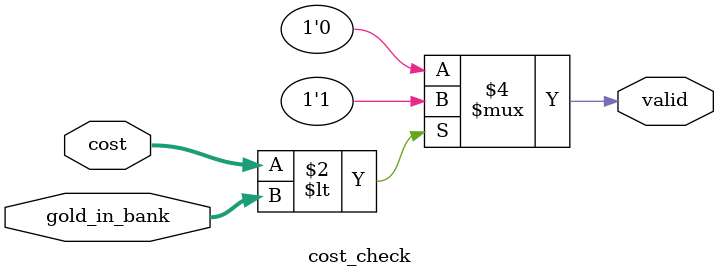
<source format=v>
module cost_check(
	input [4:0] gold_in_bank,
	input [3:0] cost,
	output reg valid
	);

	always @(cost, gold_in_bank) begin
		if (cost < gold_in_bank) valid = 1; 
		else valid = 0;
	end

endmodule
</source>
